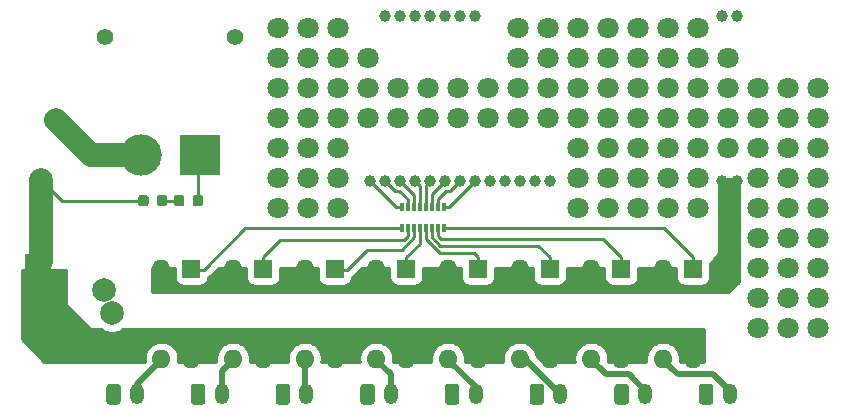
<source format=gtl>
G04 #@! TF.GenerationSoftware,KiCad,Pcbnew,(5.1.5)-3*
G04 #@! TF.CreationDate,2020-11-15T00:32:02+09:00*
G04 #@! TF.ProjectId,shield_servo_adc_sw_gpio_led,73686965-6c64-45f7-9365-72766f5f6164,rev?*
G04 #@! TF.SameCoordinates,PXb532b80PY717cbc0*
G04 #@! TF.FileFunction,Copper,L1,Top*
G04 #@! TF.FilePolarity,Positive*
%FSLAX46Y46*%
G04 Gerber Fmt 4.6, Leading zero omitted, Abs format (unit mm)*
G04 Created by KiCad (PCBNEW (5.1.5)-3) date 2020-11-15 00:32:02*
%MOMM*%
%LPD*%
G04 APERTURE LIST*
%ADD10C,0.100000*%
%ADD11R,0.300000X0.800000*%
%ADD12O,1.200000X1.750000*%
%ADD13O,1.600000X1.600000*%
%ADD14R,1.600000X1.600000*%
%ADD15C,2.010000*%
%ADD16C,1.000000*%
%ADD17C,3.500000*%
%ADD18R,3.500000X3.500000*%
%ADD19C,1.400000*%
%ADD20C,2.000000*%
%ADD21R,2.000000X2.000000*%
%ADD22C,1.800000*%
%ADD23C,2.000000*%
%ADD24C,0.250000*%
%ADD25C,0.500000*%
%ADD26C,0.254000*%
G04 APERTURE END LIST*
G04 #@! TA.AperFunction,SMDPad,CuDef*
D10*
G36*
X13245191Y-16671053D02*
G01*
X13266426Y-16674203D01*
X13287250Y-16679419D01*
X13307462Y-16686651D01*
X13326868Y-16695830D01*
X13345281Y-16706866D01*
X13362524Y-16719654D01*
X13378430Y-16734070D01*
X13392846Y-16749976D01*
X13405634Y-16767219D01*
X13416670Y-16785632D01*
X13425849Y-16805038D01*
X13433081Y-16825250D01*
X13438297Y-16846074D01*
X13441447Y-16867309D01*
X13442500Y-16888750D01*
X13442500Y-17401250D01*
X13441447Y-17422691D01*
X13438297Y-17443926D01*
X13433081Y-17464750D01*
X13425849Y-17484962D01*
X13416670Y-17504368D01*
X13405634Y-17522781D01*
X13392846Y-17540024D01*
X13378430Y-17555930D01*
X13362524Y-17570346D01*
X13345281Y-17583134D01*
X13326868Y-17594170D01*
X13307462Y-17603349D01*
X13287250Y-17610581D01*
X13266426Y-17615797D01*
X13245191Y-17618947D01*
X13223750Y-17620000D01*
X12786250Y-17620000D01*
X12764809Y-17618947D01*
X12743574Y-17615797D01*
X12722750Y-17610581D01*
X12702538Y-17603349D01*
X12683132Y-17594170D01*
X12664719Y-17583134D01*
X12647476Y-17570346D01*
X12631570Y-17555930D01*
X12617154Y-17540024D01*
X12604366Y-17522781D01*
X12593330Y-17504368D01*
X12584151Y-17484962D01*
X12576919Y-17464750D01*
X12571703Y-17443926D01*
X12568553Y-17422691D01*
X12567500Y-17401250D01*
X12567500Y-16888750D01*
X12568553Y-16867309D01*
X12571703Y-16846074D01*
X12576919Y-16825250D01*
X12584151Y-16805038D01*
X12593330Y-16785632D01*
X12604366Y-16767219D01*
X12617154Y-16749976D01*
X12631570Y-16734070D01*
X12647476Y-16719654D01*
X12664719Y-16706866D01*
X12683132Y-16695830D01*
X12702538Y-16686651D01*
X12722750Y-16679419D01*
X12743574Y-16674203D01*
X12764809Y-16671053D01*
X12786250Y-16670000D01*
X13223750Y-16670000D01*
X13245191Y-16671053D01*
G37*
G04 #@! TD.AperFunction*
G04 #@! TA.AperFunction,SMDPad,CuDef*
G36*
X11670191Y-16671053D02*
G01*
X11691426Y-16674203D01*
X11712250Y-16679419D01*
X11732462Y-16686651D01*
X11751868Y-16695830D01*
X11770281Y-16706866D01*
X11787524Y-16719654D01*
X11803430Y-16734070D01*
X11817846Y-16749976D01*
X11830634Y-16767219D01*
X11841670Y-16785632D01*
X11850849Y-16805038D01*
X11858081Y-16825250D01*
X11863297Y-16846074D01*
X11866447Y-16867309D01*
X11867500Y-16888750D01*
X11867500Y-17401250D01*
X11866447Y-17422691D01*
X11863297Y-17443926D01*
X11858081Y-17464750D01*
X11850849Y-17484962D01*
X11841670Y-17504368D01*
X11830634Y-17522781D01*
X11817846Y-17540024D01*
X11803430Y-17555930D01*
X11787524Y-17570346D01*
X11770281Y-17583134D01*
X11751868Y-17594170D01*
X11732462Y-17603349D01*
X11712250Y-17610581D01*
X11691426Y-17615797D01*
X11670191Y-17618947D01*
X11648750Y-17620000D01*
X11211250Y-17620000D01*
X11189809Y-17618947D01*
X11168574Y-17615797D01*
X11147750Y-17610581D01*
X11127538Y-17603349D01*
X11108132Y-17594170D01*
X11089719Y-17583134D01*
X11072476Y-17570346D01*
X11056570Y-17555930D01*
X11042154Y-17540024D01*
X11029366Y-17522781D01*
X11018330Y-17504368D01*
X11009151Y-17484962D01*
X11001919Y-17464750D01*
X10996703Y-17443926D01*
X10993553Y-17422691D01*
X10992500Y-17401250D01*
X10992500Y-16888750D01*
X10993553Y-16867309D01*
X10996703Y-16846074D01*
X11001919Y-16825250D01*
X11009151Y-16805038D01*
X11018330Y-16785632D01*
X11029366Y-16767219D01*
X11042154Y-16749976D01*
X11056570Y-16734070D01*
X11072476Y-16719654D01*
X11089719Y-16706866D01*
X11108132Y-16695830D01*
X11127538Y-16686651D01*
X11147750Y-16679419D01*
X11168574Y-16674203D01*
X11189809Y-16671053D01*
X11211250Y-16670000D01*
X11648750Y-16670000D01*
X11670191Y-16671053D01*
G37*
G04 #@! TD.AperFunction*
G04 #@! TA.AperFunction,SMDPad,CuDef*
G36*
X14692691Y-16671053D02*
G01*
X14713926Y-16674203D01*
X14734750Y-16679419D01*
X14754962Y-16686651D01*
X14774368Y-16695830D01*
X14792781Y-16706866D01*
X14810024Y-16719654D01*
X14825930Y-16734070D01*
X14840346Y-16749976D01*
X14853134Y-16767219D01*
X14864170Y-16785632D01*
X14873349Y-16805038D01*
X14880581Y-16825250D01*
X14885797Y-16846074D01*
X14888947Y-16867309D01*
X14890000Y-16888750D01*
X14890000Y-17401250D01*
X14888947Y-17422691D01*
X14885797Y-17443926D01*
X14880581Y-17464750D01*
X14873349Y-17484962D01*
X14864170Y-17504368D01*
X14853134Y-17522781D01*
X14840346Y-17540024D01*
X14825930Y-17555930D01*
X14810024Y-17570346D01*
X14792781Y-17583134D01*
X14774368Y-17594170D01*
X14754962Y-17603349D01*
X14734750Y-17610581D01*
X14713926Y-17615797D01*
X14692691Y-17618947D01*
X14671250Y-17620000D01*
X14233750Y-17620000D01*
X14212309Y-17618947D01*
X14191074Y-17615797D01*
X14170250Y-17610581D01*
X14150038Y-17603349D01*
X14130632Y-17594170D01*
X14112219Y-17583134D01*
X14094976Y-17570346D01*
X14079070Y-17555930D01*
X14064654Y-17540024D01*
X14051866Y-17522781D01*
X14040830Y-17504368D01*
X14031651Y-17484962D01*
X14024419Y-17464750D01*
X14019203Y-17443926D01*
X14016053Y-17422691D01*
X14015000Y-17401250D01*
X14015000Y-16888750D01*
X14016053Y-16867309D01*
X14019203Y-16846074D01*
X14024419Y-16825250D01*
X14031651Y-16805038D01*
X14040830Y-16785632D01*
X14051866Y-16767219D01*
X14064654Y-16749976D01*
X14079070Y-16734070D01*
X14094976Y-16719654D01*
X14112219Y-16706866D01*
X14130632Y-16695830D01*
X14150038Y-16686651D01*
X14170250Y-16679419D01*
X14191074Y-16674203D01*
X14212309Y-16671053D01*
X14233750Y-16670000D01*
X14671250Y-16670000D01*
X14692691Y-16671053D01*
G37*
G04 #@! TD.AperFunction*
G04 #@! TA.AperFunction,SMDPad,CuDef*
G36*
X16267691Y-16671053D02*
G01*
X16288926Y-16674203D01*
X16309750Y-16679419D01*
X16329962Y-16686651D01*
X16349368Y-16695830D01*
X16367781Y-16706866D01*
X16385024Y-16719654D01*
X16400930Y-16734070D01*
X16415346Y-16749976D01*
X16428134Y-16767219D01*
X16439170Y-16785632D01*
X16448349Y-16805038D01*
X16455581Y-16825250D01*
X16460797Y-16846074D01*
X16463947Y-16867309D01*
X16465000Y-16888750D01*
X16465000Y-17401250D01*
X16463947Y-17422691D01*
X16460797Y-17443926D01*
X16455581Y-17464750D01*
X16448349Y-17484962D01*
X16439170Y-17504368D01*
X16428134Y-17522781D01*
X16415346Y-17540024D01*
X16400930Y-17555930D01*
X16385024Y-17570346D01*
X16367781Y-17583134D01*
X16349368Y-17594170D01*
X16329962Y-17603349D01*
X16309750Y-17610581D01*
X16288926Y-17615797D01*
X16267691Y-17618947D01*
X16246250Y-17620000D01*
X15808750Y-17620000D01*
X15787309Y-17618947D01*
X15766074Y-17615797D01*
X15745250Y-17610581D01*
X15725038Y-17603349D01*
X15705632Y-17594170D01*
X15687219Y-17583134D01*
X15669976Y-17570346D01*
X15654070Y-17555930D01*
X15639654Y-17540024D01*
X15626866Y-17522781D01*
X15615830Y-17504368D01*
X15606651Y-17484962D01*
X15599419Y-17464750D01*
X15594203Y-17443926D01*
X15591053Y-17422691D01*
X15590000Y-17401250D01*
X15590000Y-16888750D01*
X15591053Y-16867309D01*
X15594203Y-16846074D01*
X15599419Y-16825250D01*
X15606651Y-16805038D01*
X15615830Y-16785632D01*
X15626866Y-16767219D01*
X15639654Y-16749976D01*
X15654070Y-16734070D01*
X15669976Y-16719654D01*
X15687219Y-16706866D01*
X15705632Y-16695830D01*
X15725038Y-16686651D01*
X15745250Y-16679419D01*
X15766074Y-16674203D01*
X15787309Y-16671053D01*
X15808750Y-16670000D01*
X16246250Y-16670000D01*
X16267691Y-16671053D01*
G37*
G04 #@! TD.AperFunction*
D11*
X33850000Y-19500000D03*
X34850000Y-19500000D03*
X34350000Y-19500000D03*
X35350000Y-19500000D03*
X35850000Y-19500000D03*
X36350000Y-19500000D03*
X33850000Y-17700000D03*
X34350000Y-17700000D03*
X34850000Y-17700000D03*
X35350000Y-17700000D03*
X35850000Y-17700000D03*
X36350000Y-17700000D03*
X33350000Y-19500000D03*
X33350000Y-17700000D03*
X36850000Y-19500000D03*
X36850000Y-17700000D03*
D12*
X61080000Y-33540000D03*
G04 #@! TA.AperFunction,ComponentPad*
D10*
G36*
X59454505Y-32666204D02*
G01*
X59478773Y-32669804D01*
X59502572Y-32675765D01*
X59525671Y-32684030D01*
X59547850Y-32694520D01*
X59568893Y-32707132D01*
X59588599Y-32721747D01*
X59606777Y-32738223D01*
X59623253Y-32756401D01*
X59637868Y-32776107D01*
X59650480Y-32797150D01*
X59660970Y-32819329D01*
X59669235Y-32842428D01*
X59675196Y-32866227D01*
X59678796Y-32890495D01*
X59680000Y-32914999D01*
X59680000Y-34165001D01*
X59678796Y-34189505D01*
X59675196Y-34213773D01*
X59669235Y-34237572D01*
X59660970Y-34260671D01*
X59650480Y-34282850D01*
X59637868Y-34303893D01*
X59623253Y-34323599D01*
X59606777Y-34341777D01*
X59588599Y-34358253D01*
X59568893Y-34372868D01*
X59547850Y-34385480D01*
X59525671Y-34395970D01*
X59502572Y-34404235D01*
X59478773Y-34410196D01*
X59454505Y-34413796D01*
X59430001Y-34415000D01*
X58729999Y-34415000D01*
X58705495Y-34413796D01*
X58681227Y-34410196D01*
X58657428Y-34404235D01*
X58634329Y-34395970D01*
X58612150Y-34385480D01*
X58591107Y-34372868D01*
X58571401Y-34358253D01*
X58553223Y-34341777D01*
X58536747Y-34323599D01*
X58522132Y-34303893D01*
X58509520Y-34282850D01*
X58499030Y-34260671D01*
X58490765Y-34237572D01*
X58484804Y-34213773D01*
X58481204Y-34189505D01*
X58480000Y-34165001D01*
X58480000Y-32914999D01*
X58481204Y-32890495D01*
X58484804Y-32866227D01*
X58490765Y-32842428D01*
X58499030Y-32819329D01*
X58509520Y-32797150D01*
X58522132Y-32776107D01*
X58536747Y-32756401D01*
X58553223Y-32738223D01*
X58571401Y-32721747D01*
X58591107Y-32707132D01*
X58612150Y-32694520D01*
X58634329Y-32684030D01*
X58657428Y-32675765D01*
X58681227Y-32669804D01*
X58705495Y-32666204D01*
X58729999Y-32665000D01*
X59430001Y-32665000D01*
X59454505Y-32666204D01*
G37*
G04 #@! TD.AperFunction*
D12*
X53911426Y-33540000D03*
G04 #@! TA.AperFunction,ComponentPad*
D10*
G36*
X52285931Y-32666204D02*
G01*
X52310199Y-32669804D01*
X52333998Y-32675765D01*
X52357097Y-32684030D01*
X52379276Y-32694520D01*
X52400319Y-32707132D01*
X52420025Y-32721747D01*
X52438203Y-32738223D01*
X52454679Y-32756401D01*
X52469294Y-32776107D01*
X52481906Y-32797150D01*
X52492396Y-32819329D01*
X52500661Y-32842428D01*
X52506622Y-32866227D01*
X52510222Y-32890495D01*
X52511426Y-32914999D01*
X52511426Y-34165001D01*
X52510222Y-34189505D01*
X52506622Y-34213773D01*
X52500661Y-34237572D01*
X52492396Y-34260671D01*
X52481906Y-34282850D01*
X52469294Y-34303893D01*
X52454679Y-34323599D01*
X52438203Y-34341777D01*
X52420025Y-34358253D01*
X52400319Y-34372868D01*
X52379276Y-34385480D01*
X52357097Y-34395970D01*
X52333998Y-34404235D01*
X52310199Y-34410196D01*
X52285931Y-34413796D01*
X52261427Y-34415000D01*
X51561425Y-34415000D01*
X51536921Y-34413796D01*
X51512653Y-34410196D01*
X51488854Y-34404235D01*
X51465755Y-34395970D01*
X51443576Y-34385480D01*
X51422533Y-34372868D01*
X51402827Y-34358253D01*
X51384649Y-34341777D01*
X51368173Y-34323599D01*
X51353558Y-34303893D01*
X51340946Y-34282850D01*
X51330456Y-34260671D01*
X51322191Y-34237572D01*
X51316230Y-34213773D01*
X51312630Y-34189505D01*
X51311426Y-34165001D01*
X51311426Y-32914999D01*
X51312630Y-32890495D01*
X51316230Y-32866227D01*
X51322191Y-32842428D01*
X51330456Y-32819329D01*
X51340946Y-32797150D01*
X51353558Y-32776107D01*
X51368173Y-32756401D01*
X51384649Y-32738223D01*
X51402827Y-32721747D01*
X51422533Y-32707132D01*
X51443576Y-32694520D01*
X51465755Y-32684030D01*
X51488854Y-32675765D01*
X51512653Y-32669804D01*
X51536921Y-32666204D01*
X51561425Y-32665000D01*
X52261427Y-32665000D01*
X52285931Y-32666204D01*
G37*
G04 #@! TD.AperFunction*
D12*
X46742855Y-33540000D03*
G04 #@! TA.AperFunction,ComponentPad*
D10*
G36*
X45117360Y-32666204D02*
G01*
X45141628Y-32669804D01*
X45165427Y-32675765D01*
X45188526Y-32684030D01*
X45210705Y-32694520D01*
X45231748Y-32707132D01*
X45251454Y-32721747D01*
X45269632Y-32738223D01*
X45286108Y-32756401D01*
X45300723Y-32776107D01*
X45313335Y-32797150D01*
X45323825Y-32819329D01*
X45332090Y-32842428D01*
X45338051Y-32866227D01*
X45341651Y-32890495D01*
X45342855Y-32914999D01*
X45342855Y-34165001D01*
X45341651Y-34189505D01*
X45338051Y-34213773D01*
X45332090Y-34237572D01*
X45323825Y-34260671D01*
X45313335Y-34282850D01*
X45300723Y-34303893D01*
X45286108Y-34323599D01*
X45269632Y-34341777D01*
X45251454Y-34358253D01*
X45231748Y-34372868D01*
X45210705Y-34385480D01*
X45188526Y-34395970D01*
X45165427Y-34404235D01*
X45141628Y-34410196D01*
X45117360Y-34413796D01*
X45092856Y-34415000D01*
X44392854Y-34415000D01*
X44368350Y-34413796D01*
X44344082Y-34410196D01*
X44320283Y-34404235D01*
X44297184Y-34395970D01*
X44275005Y-34385480D01*
X44253962Y-34372868D01*
X44234256Y-34358253D01*
X44216078Y-34341777D01*
X44199602Y-34323599D01*
X44184987Y-34303893D01*
X44172375Y-34282850D01*
X44161885Y-34260671D01*
X44153620Y-34237572D01*
X44147659Y-34213773D01*
X44144059Y-34189505D01*
X44142855Y-34165001D01*
X44142855Y-32914999D01*
X44144059Y-32890495D01*
X44147659Y-32866227D01*
X44153620Y-32842428D01*
X44161885Y-32819329D01*
X44172375Y-32797150D01*
X44184987Y-32776107D01*
X44199602Y-32756401D01*
X44216078Y-32738223D01*
X44234256Y-32721747D01*
X44253962Y-32707132D01*
X44275005Y-32694520D01*
X44297184Y-32684030D01*
X44320283Y-32675765D01*
X44344082Y-32669804D01*
X44368350Y-32666204D01*
X44392854Y-32665000D01*
X45092856Y-32665000D01*
X45117360Y-32666204D01*
G37*
G04 #@! TD.AperFunction*
D12*
X39574284Y-33540000D03*
G04 #@! TA.AperFunction,ComponentPad*
D10*
G36*
X37948789Y-32666204D02*
G01*
X37973057Y-32669804D01*
X37996856Y-32675765D01*
X38019955Y-32684030D01*
X38042134Y-32694520D01*
X38063177Y-32707132D01*
X38082883Y-32721747D01*
X38101061Y-32738223D01*
X38117537Y-32756401D01*
X38132152Y-32776107D01*
X38144764Y-32797150D01*
X38155254Y-32819329D01*
X38163519Y-32842428D01*
X38169480Y-32866227D01*
X38173080Y-32890495D01*
X38174284Y-32914999D01*
X38174284Y-34165001D01*
X38173080Y-34189505D01*
X38169480Y-34213773D01*
X38163519Y-34237572D01*
X38155254Y-34260671D01*
X38144764Y-34282850D01*
X38132152Y-34303893D01*
X38117537Y-34323599D01*
X38101061Y-34341777D01*
X38082883Y-34358253D01*
X38063177Y-34372868D01*
X38042134Y-34385480D01*
X38019955Y-34395970D01*
X37996856Y-34404235D01*
X37973057Y-34410196D01*
X37948789Y-34413796D01*
X37924285Y-34415000D01*
X37224283Y-34415000D01*
X37199779Y-34413796D01*
X37175511Y-34410196D01*
X37151712Y-34404235D01*
X37128613Y-34395970D01*
X37106434Y-34385480D01*
X37085391Y-34372868D01*
X37065685Y-34358253D01*
X37047507Y-34341777D01*
X37031031Y-34323599D01*
X37016416Y-34303893D01*
X37003804Y-34282850D01*
X36993314Y-34260671D01*
X36985049Y-34237572D01*
X36979088Y-34213773D01*
X36975488Y-34189505D01*
X36974284Y-34165001D01*
X36974284Y-32914999D01*
X36975488Y-32890495D01*
X36979088Y-32866227D01*
X36985049Y-32842428D01*
X36993314Y-32819329D01*
X37003804Y-32797150D01*
X37016416Y-32776107D01*
X37031031Y-32756401D01*
X37047507Y-32738223D01*
X37065685Y-32721747D01*
X37085391Y-32707132D01*
X37106434Y-32694520D01*
X37128613Y-32684030D01*
X37151712Y-32675765D01*
X37175511Y-32669804D01*
X37199779Y-32666204D01*
X37224283Y-32665000D01*
X37924285Y-32665000D01*
X37948789Y-32666204D01*
G37*
G04 #@! TD.AperFunction*
D12*
X32405713Y-33540000D03*
G04 #@! TA.AperFunction,ComponentPad*
D10*
G36*
X30780218Y-32666204D02*
G01*
X30804486Y-32669804D01*
X30828285Y-32675765D01*
X30851384Y-32684030D01*
X30873563Y-32694520D01*
X30894606Y-32707132D01*
X30914312Y-32721747D01*
X30932490Y-32738223D01*
X30948966Y-32756401D01*
X30963581Y-32776107D01*
X30976193Y-32797150D01*
X30986683Y-32819329D01*
X30994948Y-32842428D01*
X31000909Y-32866227D01*
X31004509Y-32890495D01*
X31005713Y-32914999D01*
X31005713Y-34165001D01*
X31004509Y-34189505D01*
X31000909Y-34213773D01*
X30994948Y-34237572D01*
X30986683Y-34260671D01*
X30976193Y-34282850D01*
X30963581Y-34303893D01*
X30948966Y-34323599D01*
X30932490Y-34341777D01*
X30914312Y-34358253D01*
X30894606Y-34372868D01*
X30873563Y-34385480D01*
X30851384Y-34395970D01*
X30828285Y-34404235D01*
X30804486Y-34410196D01*
X30780218Y-34413796D01*
X30755714Y-34415000D01*
X30055712Y-34415000D01*
X30031208Y-34413796D01*
X30006940Y-34410196D01*
X29983141Y-34404235D01*
X29960042Y-34395970D01*
X29937863Y-34385480D01*
X29916820Y-34372868D01*
X29897114Y-34358253D01*
X29878936Y-34341777D01*
X29862460Y-34323599D01*
X29847845Y-34303893D01*
X29835233Y-34282850D01*
X29824743Y-34260671D01*
X29816478Y-34237572D01*
X29810517Y-34213773D01*
X29806917Y-34189505D01*
X29805713Y-34165001D01*
X29805713Y-32914999D01*
X29806917Y-32890495D01*
X29810517Y-32866227D01*
X29816478Y-32842428D01*
X29824743Y-32819329D01*
X29835233Y-32797150D01*
X29847845Y-32776107D01*
X29862460Y-32756401D01*
X29878936Y-32738223D01*
X29897114Y-32721747D01*
X29916820Y-32707132D01*
X29937863Y-32694520D01*
X29960042Y-32684030D01*
X29983141Y-32675765D01*
X30006940Y-32669804D01*
X30031208Y-32666204D01*
X30055712Y-32665000D01*
X30755714Y-32665000D01*
X30780218Y-32666204D01*
G37*
G04 #@! TD.AperFunction*
D12*
X25237142Y-33540000D03*
G04 #@! TA.AperFunction,ComponentPad*
D10*
G36*
X23611647Y-32666204D02*
G01*
X23635915Y-32669804D01*
X23659714Y-32675765D01*
X23682813Y-32684030D01*
X23704992Y-32694520D01*
X23726035Y-32707132D01*
X23745741Y-32721747D01*
X23763919Y-32738223D01*
X23780395Y-32756401D01*
X23795010Y-32776107D01*
X23807622Y-32797150D01*
X23818112Y-32819329D01*
X23826377Y-32842428D01*
X23832338Y-32866227D01*
X23835938Y-32890495D01*
X23837142Y-32914999D01*
X23837142Y-34165001D01*
X23835938Y-34189505D01*
X23832338Y-34213773D01*
X23826377Y-34237572D01*
X23818112Y-34260671D01*
X23807622Y-34282850D01*
X23795010Y-34303893D01*
X23780395Y-34323599D01*
X23763919Y-34341777D01*
X23745741Y-34358253D01*
X23726035Y-34372868D01*
X23704992Y-34385480D01*
X23682813Y-34395970D01*
X23659714Y-34404235D01*
X23635915Y-34410196D01*
X23611647Y-34413796D01*
X23587143Y-34415000D01*
X22887141Y-34415000D01*
X22862637Y-34413796D01*
X22838369Y-34410196D01*
X22814570Y-34404235D01*
X22791471Y-34395970D01*
X22769292Y-34385480D01*
X22748249Y-34372868D01*
X22728543Y-34358253D01*
X22710365Y-34341777D01*
X22693889Y-34323599D01*
X22679274Y-34303893D01*
X22666662Y-34282850D01*
X22656172Y-34260671D01*
X22647907Y-34237572D01*
X22641946Y-34213773D01*
X22638346Y-34189505D01*
X22637142Y-34165001D01*
X22637142Y-32914999D01*
X22638346Y-32890495D01*
X22641946Y-32866227D01*
X22647907Y-32842428D01*
X22656172Y-32819329D01*
X22666662Y-32797150D01*
X22679274Y-32776107D01*
X22693889Y-32756401D01*
X22710365Y-32738223D01*
X22728543Y-32721747D01*
X22748249Y-32707132D01*
X22769292Y-32694520D01*
X22791471Y-32684030D01*
X22814570Y-32675765D01*
X22838369Y-32669804D01*
X22862637Y-32666204D01*
X22887141Y-32665000D01*
X23587143Y-32665000D01*
X23611647Y-32666204D01*
G37*
G04 #@! TD.AperFunction*
D12*
X18068571Y-33540000D03*
G04 #@! TA.AperFunction,ComponentPad*
D10*
G36*
X16443076Y-32666204D02*
G01*
X16467344Y-32669804D01*
X16491143Y-32675765D01*
X16514242Y-32684030D01*
X16536421Y-32694520D01*
X16557464Y-32707132D01*
X16577170Y-32721747D01*
X16595348Y-32738223D01*
X16611824Y-32756401D01*
X16626439Y-32776107D01*
X16639051Y-32797150D01*
X16649541Y-32819329D01*
X16657806Y-32842428D01*
X16663767Y-32866227D01*
X16667367Y-32890495D01*
X16668571Y-32914999D01*
X16668571Y-34165001D01*
X16667367Y-34189505D01*
X16663767Y-34213773D01*
X16657806Y-34237572D01*
X16649541Y-34260671D01*
X16639051Y-34282850D01*
X16626439Y-34303893D01*
X16611824Y-34323599D01*
X16595348Y-34341777D01*
X16577170Y-34358253D01*
X16557464Y-34372868D01*
X16536421Y-34385480D01*
X16514242Y-34395970D01*
X16491143Y-34404235D01*
X16467344Y-34410196D01*
X16443076Y-34413796D01*
X16418572Y-34415000D01*
X15718570Y-34415000D01*
X15694066Y-34413796D01*
X15669798Y-34410196D01*
X15645999Y-34404235D01*
X15622900Y-34395970D01*
X15600721Y-34385480D01*
X15579678Y-34372868D01*
X15559972Y-34358253D01*
X15541794Y-34341777D01*
X15525318Y-34323599D01*
X15510703Y-34303893D01*
X15498091Y-34282850D01*
X15487601Y-34260671D01*
X15479336Y-34237572D01*
X15473375Y-34213773D01*
X15469775Y-34189505D01*
X15468571Y-34165001D01*
X15468571Y-32914999D01*
X15469775Y-32890495D01*
X15473375Y-32866227D01*
X15479336Y-32842428D01*
X15487601Y-32819329D01*
X15498091Y-32797150D01*
X15510703Y-32776107D01*
X15525318Y-32756401D01*
X15541794Y-32738223D01*
X15559972Y-32721747D01*
X15579678Y-32707132D01*
X15600721Y-32694520D01*
X15622900Y-32684030D01*
X15645999Y-32675765D01*
X15669798Y-32669804D01*
X15694066Y-32666204D01*
X15718570Y-32665000D01*
X16418572Y-32665000D01*
X16443076Y-32666204D01*
G37*
G04 #@! TD.AperFunction*
D12*
X10900000Y-33540000D03*
G04 #@! TA.AperFunction,ComponentPad*
D10*
G36*
X9274505Y-32666204D02*
G01*
X9298773Y-32669804D01*
X9322572Y-32675765D01*
X9345671Y-32684030D01*
X9367850Y-32694520D01*
X9388893Y-32707132D01*
X9408599Y-32721747D01*
X9426777Y-32738223D01*
X9443253Y-32756401D01*
X9457868Y-32776107D01*
X9470480Y-32797150D01*
X9480970Y-32819329D01*
X9489235Y-32842428D01*
X9495196Y-32866227D01*
X9498796Y-32890495D01*
X9500000Y-32914999D01*
X9500000Y-34165001D01*
X9498796Y-34189505D01*
X9495196Y-34213773D01*
X9489235Y-34237572D01*
X9480970Y-34260671D01*
X9470480Y-34282850D01*
X9457868Y-34303893D01*
X9443253Y-34323599D01*
X9426777Y-34341777D01*
X9408599Y-34358253D01*
X9388893Y-34372868D01*
X9367850Y-34385480D01*
X9345671Y-34395970D01*
X9322572Y-34404235D01*
X9298773Y-34410196D01*
X9274505Y-34413796D01*
X9250001Y-34415000D01*
X8549999Y-34415000D01*
X8525495Y-34413796D01*
X8501227Y-34410196D01*
X8477428Y-34404235D01*
X8454329Y-34395970D01*
X8432150Y-34385480D01*
X8411107Y-34372868D01*
X8391401Y-34358253D01*
X8373223Y-34341777D01*
X8356747Y-34323599D01*
X8342132Y-34303893D01*
X8329520Y-34282850D01*
X8319030Y-34260671D01*
X8310765Y-34237572D01*
X8304804Y-34213773D01*
X8301204Y-34189505D01*
X8300000Y-34165001D01*
X8300000Y-32914999D01*
X8301204Y-32890495D01*
X8304804Y-32866227D01*
X8310765Y-32842428D01*
X8319030Y-32819329D01*
X8329520Y-32797150D01*
X8342132Y-32776107D01*
X8356747Y-32756401D01*
X8373223Y-32738223D01*
X8391401Y-32721747D01*
X8411107Y-32707132D01*
X8432150Y-32694520D01*
X8454329Y-32684030D01*
X8477428Y-32675765D01*
X8501227Y-32669804D01*
X8525495Y-32666204D01*
X8549999Y-32665000D01*
X9250001Y-32665000D01*
X9274505Y-32666204D01*
G37*
G04 #@! TD.AperFunction*
D13*
X57959375Y-30520000D03*
X55419375Y-22900000D03*
X55419375Y-30520000D03*
D14*
X57959375Y-22900000D03*
D13*
X51893750Y-30520000D03*
X49353750Y-22900000D03*
X49353750Y-30520000D03*
D14*
X51893750Y-22900000D03*
D13*
X45828125Y-30520000D03*
X43288125Y-22900000D03*
X43288125Y-30520000D03*
D14*
X45828125Y-22900000D03*
D13*
X39762500Y-30520000D03*
X37222500Y-22900000D03*
X37222500Y-30520000D03*
D14*
X39762500Y-22900000D03*
D13*
X33696875Y-30520000D03*
X31156875Y-22900000D03*
X31156875Y-30520000D03*
D14*
X33696875Y-22900000D03*
D13*
X27631250Y-30520000D03*
X25091250Y-22900000D03*
X25091250Y-30520000D03*
D14*
X27631250Y-22900000D03*
D13*
X21565625Y-30520000D03*
X19025625Y-22900000D03*
X19025625Y-30520000D03*
D14*
X21565625Y-22900000D03*
D13*
X15500000Y-30520000D03*
X12960000Y-22900000D03*
X12960000Y-30520000D03*
D14*
X15500000Y-22900000D03*
D15*
X4000000Y-10300000D03*
X2800000Y-15400000D03*
D16*
X31880000Y-1515000D03*
X33150000Y-1515000D03*
X34420000Y-1515000D03*
X35690000Y-1515000D03*
X61725000Y-1515000D03*
X60455000Y-1515000D03*
X60455000Y-15485000D03*
X61725000Y-15485000D03*
X36960000Y-1515000D03*
X38230000Y-1515000D03*
X39500000Y-1515000D03*
X45850000Y-15485000D03*
X44580000Y-15485000D03*
X43310000Y-15485000D03*
X42040000Y-15485000D03*
X40770000Y-15485000D03*
X39500000Y-15485000D03*
X38230000Y-15485000D03*
X36960000Y-15485000D03*
X35690000Y-15485000D03*
X34420000Y-15485000D03*
X33150000Y-15485000D03*
X31880000Y-15485000D03*
X30610000Y-15485000D03*
D17*
X11200000Y-13300000D03*
D18*
X16200000Y-13300000D03*
D19*
X8200000Y-3300000D03*
X19200000Y-3300000D03*
D20*
X8772144Y-26700000D03*
D21*
X2427856Y-22700000D03*
D20*
X8100000Y-24700000D03*
D21*
X3100000Y-24700000D03*
D22*
X55880000Y-5080000D03*
X55880000Y-7620000D03*
X55880000Y-10160000D03*
X55880000Y-12700000D03*
X53340000Y-12700000D03*
X53340000Y-10160000D03*
X53340000Y-7620000D03*
X53340000Y-7620000D03*
X53340000Y-5080000D03*
X50800000Y-5080000D03*
X50800000Y-7620000D03*
X50800000Y-10160000D03*
X50800000Y-12700000D03*
X48260000Y-12700000D03*
X48260000Y-10160000D03*
X48260000Y-7620000D03*
X48260000Y-5080000D03*
X45720000Y-10160000D03*
X43180000Y-7620000D03*
X45720000Y-7620000D03*
X43180000Y-10160000D03*
X43180000Y-5080000D03*
X40640000Y-7620000D03*
X40640000Y-10160000D03*
X38100000Y-10160000D03*
X38100000Y-7620000D03*
X35560000Y-7620000D03*
X35560000Y-10160000D03*
X33020000Y-10160000D03*
X33020000Y-7620000D03*
X30480000Y-7620000D03*
X30480000Y-10160000D03*
X27940000Y-10160000D03*
X27940000Y-7620000D03*
X27940000Y-5080000D03*
X25400000Y-5080000D03*
X25400000Y-7620000D03*
X25400000Y-10160000D03*
X25400000Y-12700000D03*
X27940000Y-12700000D03*
X30480000Y-5080000D03*
X27940000Y-2540000D03*
X25400000Y-2540000D03*
X27940000Y-15240000D03*
X25400000Y-15240000D03*
X22860000Y-2540000D03*
X22860000Y-5080000D03*
X22860000Y-7620000D03*
X22860000Y-10160000D03*
X22860000Y-12700000D03*
X22860000Y-15240000D03*
X48260000Y-15240000D03*
X50800000Y-15240000D03*
X53340000Y-15240000D03*
X55880000Y-15240000D03*
X58420000Y-15240000D03*
X58420000Y-2540000D03*
X55880000Y-2540000D03*
X53340000Y-2540000D03*
X50800000Y-2540000D03*
X48260000Y-2540000D03*
X45720000Y-2540000D03*
X45720000Y-5080000D03*
X43180000Y-2540000D03*
X58420000Y-5080000D03*
X58420000Y-7620000D03*
X58420000Y-10160000D03*
X58420000Y-12700000D03*
X60960000Y-12700000D03*
X63500000Y-12700000D03*
X63500000Y-10160000D03*
X60960000Y-10160000D03*
X60960000Y-7620000D03*
X63500000Y-7620000D03*
X60960000Y-5080000D03*
X66040000Y-7620000D03*
X68580000Y-7620000D03*
X68580000Y-10160000D03*
X66040000Y-10160000D03*
X66040000Y-12700000D03*
X68580000Y-12700000D03*
X68580000Y-15240000D03*
X66040000Y-15240000D03*
X63500000Y-15240000D03*
X63500000Y-17780000D03*
X66040000Y-17780000D03*
X68580000Y-17780000D03*
X68580000Y-20320000D03*
X66040000Y-20320000D03*
X63500000Y-20320000D03*
X63500000Y-22860000D03*
X66040000Y-22860000D03*
X68580000Y-22860000D03*
X68580000Y-25400000D03*
X66040000Y-25400000D03*
X63500000Y-25400000D03*
X63500000Y-27940000D03*
X66040000Y-27940000D03*
X68580000Y-27940000D03*
X58420000Y-17780000D03*
X55880000Y-17780000D03*
X53340000Y-17780000D03*
X50800000Y-17780000D03*
X48260000Y-17780000D03*
X27940000Y-17780000D03*
X25400000Y-17780000D03*
X22860000Y-17780000D03*
D23*
X2800000Y-22327856D02*
X2427856Y-22700000D01*
X2800000Y-15400000D02*
X2800000Y-22327856D01*
X2427856Y-24027856D02*
X3100000Y-24700000D01*
X2427856Y-22700000D02*
X2427856Y-24027856D01*
D24*
X4545000Y-17145000D02*
X2800000Y-15400000D01*
X11430000Y-17145000D02*
X4545000Y-17145000D01*
X32825000Y-17700000D02*
X30610000Y-15485000D01*
X33350000Y-17700000D02*
X32825000Y-17700000D01*
X32379999Y-15984999D02*
X31880000Y-15485000D01*
X33110001Y-16310001D02*
X32705001Y-16310001D01*
X33850000Y-17050000D02*
X33110001Y-16310001D01*
X32705001Y-16310001D02*
X32379999Y-15984999D01*
X33850000Y-17700000D02*
X33850000Y-17050000D01*
X34350000Y-16685000D02*
X33150000Y-15485000D01*
X34350000Y-17700000D02*
X34350000Y-16685000D01*
X34850000Y-15915000D02*
X34420000Y-15485000D01*
X34850000Y-17700000D02*
X34850000Y-15915000D01*
X35350000Y-15825000D02*
X35690000Y-15485000D01*
X35350000Y-17700000D02*
X35350000Y-15825000D01*
X35850000Y-16595000D02*
X35850000Y-17700000D01*
X36960000Y-15485000D02*
X35850000Y-16595000D01*
X37730001Y-15984999D02*
X38230000Y-15485000D01*
X37404999Y-16310001D02*
X37730001Y-15984999D01*
X37089999Y-16310001D02*
X37404999Y-16310001D01*
X36350000Y-17050000D02*
X37089999Y-16310001D01*
X36350000Y-17700000D02*
X36350000Y-17050000D01*
X37285000Y-17700000D02*
X39500000Y-15485000D01*
X36850000Y-17700000D02*
X37285000Y-17700000D01*
D23*
X7000000Y-13300000D02*
X4000000Y-10300000D01*
X11200000Y-13300000D02*
X7000000Y-13300000D01*
D24*
X16027500Y-13472500D02*
X16200000Y-13300000D01*
X16027500Y-17145000D02*
X16027500Y-13472500D01*
D25*
X10900000Y-32680000D02*
X12960000Y-30620000D01*
X10900000Y-33540000D02*
X10900000Y-32680000D01*
D24*
X55509375Y-19500000D02*
X57959375Y-21950000D01*
X57959375Y-21950000D02*
X57959375Y-23000000D01*
X36850000Y-19500000D02*
X55509375Y-19500000D01*
D25*
X18068571Y-31577054D02*
X19025625Y-30620000D01*
X18068571Y-33540000D02*
X18068571Y-31577054D01*
D24*
X36614997Y-20400000D02*
X36350000Y-20135003D01*
X36350000Y-20135003D02*
X36350000Y-19500000D01*
X50343750Y-20400000D02*
X36614997Y-20400000D01*
X51893750Y-21950000D02*
X50343750Y-20400000D01*
X51893750Y-23000000D02*
X51893750Y-21950000D01*
D25*
X25091250Y-33394108D02*
X25237142Y-33540000D01*
X25091250Y-30620000D02*
X25091250Y-33394108D01*
D24*
X45828125Y-21950000D02*
X44878125Y-21000000D01*
X45828125Y-23000000D02*
X45828125Y-21950000D01*
X36578587Y-21000000D02*
X35850000Y-20271413D01*
X44878125Y-21000000D02*
X36578587Y-21000000D01*
X35850000Y-20271413D02*
X35850000Y-20150000D01*
X35850000Y-20150000D02*
X35850000Y-19500000D01*
D25*
X32405713Y-31868838D02*
X31156875Y-30620000D01*
X32405713Y-33540000D02*
X32405713Y-31868838D01*
D24*
X39762500Y-21950000D02*
X39412500Y-21600000D01*
X39762500Y-23000000D02*
X39762500Y-21950000D01*
X36542176Y-21600000D02*
X35350000Y-20407824D01*
X35350000Y-20150000D02*
X35350000Y-19500000D01*
X35350000Y-20407824D02*
X35350000Y-20150000D01*
X39412500Y-21600000D02*
X36542176Y-21600000D01*
D25*
X39574284Y-32971784D02*
X37222500Y-30620000D01*
X39574284Y-33540000D02*
X39574284Y-32971784D01*
D24*
X34850000Y-20150000D02*
X34850000Y-19500000D01*
X34850000Y-20796875D02*
X34850000Y-20150000D01*
X33696875Y-21950000D02*
X34850000Y-20796875D01*
X33696875Y-23000000D02*
X33696875Y-21950000D01*
D25*
X43822855Y-30620000D02*
X43288125Y-30620000D01*
X46742855Y-33540000D02*
X43822855Y-30620000D01*
D24*
X28681250Y-23000000D02*
X30381250Y-21300000D01*
X27631250Y-23000000D02*
X28681250Y-23000000D01*
X34350000Y-20271413D02*
X34350000Y-20150000D01*
X33321413Y-21300000D02*
X34350000Y-20271413D01*
X30381250Y-21300000D02*
X33321413Y-21300000D01*
X34350000Y-20150000D02*
X34350000Y-19500000D01*
D25*
X50153749Y-31419999D02*
X49353750Y-30620000D01*
X52516427Y-31870001D02*
X50603751Y-31870001D01*
X53911426Y-33265000D02*
X52516427Y-31870001D01*
X50603751Y-31870001D02*
X50153749Y-31419999D01*
X53911426Y-33540000D02*
X53911426Y-33265000D01*
D24*
X33485003Y-20500000D02*
X33850000Y-20135003D01*
X21565625Y-23000000D02*
X21565625Y-21950000D01*
X33850000Y-20135003D02*
X33850000Y-19500000D01*
X21565625Y-21950000D02*
X23015625Y-20500000D01*
X23015625Y-20500000D02*
X33485003Y-20500000D01*
D25*
X56219374Y-31419999D02*
X55419375Y-30620000D01*
X59685001Y-31870001D02*
X56669376Y-31870001D01*
X61080000Y-33265000D02*
X59685001Y-31870001D01*
X56669376Y-31870001D02*
X56219374Y-31419999D01*
X61080000Y-33540000D02*
X61080000Y-33265000D01*
D24*
X20050000Y-19500000D02*
X32950000Y-19500000D01*
X16550000Y-23000000D02*
X20050000Y-19500000D01*
X32950000Y-19500000D02*
X33350000Y-19500000D01*
X15500000Y-23000000D02*
X16550000Y-23000000D01*
X14452500Y-17145000D02*
X13005000Y-17145000D01*
D26*
G36*
X61873000Y-24070663D02*
G01*
X60913884Y-24873000D01*
X12127000Y-24873000D01*
X12127000Y-22827000D01*
X14061928Y-22827000D01*
X14061928Y-23700000D01*
X14074188Y-23824482D01*
X14110498Y-23944180D01*
X14169463Y-24054494D01*
X14248815Y-24151185D01*
X14345506Y-24230537D01*
X14455820Y-24289502D01*
X14575518Y-24325812D01*
X14700000Y-24338072D01*
X16300000Y-24338072D01*
X16424482Y-24325812D01*
X16544180Y-24289502D01*
X16654494Y-24230537D01*
X16751185Y-24151185D01*
X16830537Y-24054494D01*
X16889502Y-23944180D01*
X16925812Y-23824482D01*
X16938072Y-23700000D01*
X16938072Y-23654326D01*
X16974276Y-23634974D01*
X17090001Y-23540001D01*
X17113804Y-23510997D01*
X17797801Y-22827000D01*
X20127553Y-22827000D01*
X20127553Y-23700000D01*
X20139813Y-23824482D01*
X20176123Y-23944180D01*
X20235088Y-24054494D01*
X20314440Y-24151185D01*
X20411131Y-24230537D01*
X20521445Y-24289502D01*
X20641143Y-24325812D01*
X20765625Y-24338072D01*
X22365625Y-24338072D01*
X22490107Y-24325812D01*
X22609805Y-24289502D01*
X22720119Y-24230537D01*
X22816810Y-24151185D01*
X22896162Y-24054494D01*
X22955127Y-23944180D01*
X22991437Y-23824482D01*
X23003697Y-23700000D01*
X23003697Y-22827000D01*
X26193178Y-22827000D01*
X26193178Y-23700000D01*
X26205438Y-23824482D01*
X26241748Y-23944180D01*
X26300713Y-24054494D01*
X26380065Y-24151185D01*
X26476756Y-24230537D01*
X26587070Y-24289502D01*
X26706768Y-24325812D01*
X26831250Y-24338072D01*
X28431250Y-24338072D01*
X28555732Y-24325812D01*
X28675430Y-24289502D01*
X28785744Y-24230537D01*
X28882435Y-24151185D01*
X28961787Y-24054494D01*
X29020752Y-23944180D01*
X29057062Y-23824482D01*
X29069322Y-23700000D01*
X29069322Y-23654326D01*
X29105526Y-23634974D01*
X29221251Y-23540001D01*
X29245054Y-23510997D01*
X29929051Y-22827000D01*
X32258803Y-22827000D01*
X32258803Y-23700000D01*
X32271063Y-23824482D01*
X32307373Y-23944180D01*
X32366338Y-24054494D01*
X32445690Y-24151185D01*
X32542381Y-24230537D01*
X32652695Y-24289502D01*
X32772393Y-24325812D01*
X32896875Y-24338072D01*
X34496875Y-24338072D01*
X34621357Y-24325812D01*
X34741055Y-24289502D01*
X34851369Y-24230537D01*
X34948060Y-24151185D01*
X35027412Y-24054494D01*
X35086377Y-23944180D01*
X35122687Y-23824482D01*
X35134947Y-23700000D01*
X35134947Y-22827000D01*
X38324428Y-22827000D01*
X38324428Y-23700000D01*
X38336688Y-23824482D01*
X38372998Y-23944180D01*
X38431963Y-24054494D01*
X38511315Y-24151185D01*
X38608006Y-24230537D01*
X38718320Y-24289502D01*
X38838018Y-24325812D01*
X38962500Y-24338072D01*
X40562500Y-24338072D01*
X40686982Y-24325812D01*
X40806680Y-24289502D01*
X40916994Y-24230537D01*
X41013685Y-24151185D01*
X41093037Y-24054494D01*
X41152002Y-23944180D01*
X41188312Y-23824482D01*
X41200572Y-23700000D01*
X41200572Y-22827000D01*
X44390053Y-22827000D01*
X44390053Y-23700000D01*
X44402313Y-23824482D01*
X44438623Y-23944180D01*
X44497588Y-24054494D01*
X44576940Y-24151185D01*
X44673631Y-24230537D01*
X44783945Y-24289502D01*
X44903643Y-24325812D01*
X45028125Y-24338072D01*
X46628125Y-24338072D01*
X46752607Y-24325812D01*
X46872305Y-24289502D01*
X46982619Y-24230537D01*
X47079310Y-24151185D01*
X47158662Y-24054494D01*
X47217627Y-23944180D01*
X47253937Y-23824482D01*
X47266197Y-23700000D01*
X47266197Y-22827000D01*
X50455678Y-22827000D01*
X50455678Y-23700000D01*
X50467938Y-23824482D01*
X50504248Y-23944180D01*
X50563213Y-24054494D01*
X50642565Y-24151185D01*
X50739256Y-24230537D01*
X50849570Y-24289502D01*
X50969268Y-24325812D01*
X51093750Y-24338072D01*
X52693750Y-24338072D01*
X52818232Y-24325812D01*
X52937930Y-24289502D01*
X53048244Y-24230537D01*
X53144935Y-24151185D01*
X53224287Y-24054494D01*
X53283252Y-23944180D01*
X53319562Y-23824482D01*
X53331822Y-23700000D01*
X53331822Y-22827000D01*
X56521303Y-22827000D01*
X56521303Y-23700000D01*
X56533563Y-23824482D01*
X56569873Y-23944180D01*
X56628838Y-24054494D01*
X56708190Y-24151185D01*
X56804881Y-24230537D01*
X56915195Y-24289502D01*
X57034893Y-24325812D01*
X57159375Y-24338072D01*
X58759375Y-24338072D01*
X58883857Y-24325812D01*
X59003555Y-24289502D01*
X59113869Y-24230537D01*
X59210560Y-24151185D01*
X59289912Y-24054494D01*
X59348877Y-23944180D01*
X59385187Y-23824482D01*
X59397447Y-23700000D01*
X59397447Y-22493674D01*
X60096702Y-21672327D01*
X60110905Y-21651880D01*
X60120846Y-21629054D01*
X60126143Y-21604728D01*
X60127000Y-21590000D01*
X60127000Y-15327000D01*
X61873000Y-15327000D01*
X61873000Y-24070663D01*
G37*
X61873000Y-24070663D02*
X60913884Y-24873000D01*
X12127000Y-24873000D01*
X12127000Y-22827000D01*
X14061928Y-22827000D01*
X14061928Y-23700000D01*
X14074188Y-23824482D01*
X14110498Y-23944180D01*
X14169463Y-24054494D01*
X14248815Y-24151185D01*
X14345506Y-24230537D01*
X14455820Y-24289502D01*
X14575518Y-24325812D01*
X14700000Y-24338072D01*
X16300000Y-24338072D01*
X16424482Y-24325812D01*
X16544180Y-24289502D01*
X16654494Y-24230537D01*
X16751185Y-24151185D01*
X16830537Y-24054494D01*
X16889502Y-23944180D01*
X16925812Y-23824482D01*
X16938072Y-23700000D01*
X16938072Y-23654326D01*
X16974276Y-23634974D01*
X17090001Y-23540001D01*
X17113804Y-23510997D01*
X17797801Y-22827000D01*
X20127553Y-22827000D01*
X20127553Y-23700000D01*
X20139813Y-23824482D01*
X20176123Y-23944180D01*
X20235088Y-24054494D01*
X20314440Y-24151185D01*
X20411131Y-24230537D01*
X20521445Y-24289502D01*
X20641143Y-24325812D01*
X20765625Y-24338072D01*
X22365625Y-24338072D01*
X22490107Y-24325812D01*
X22609805Y-24289502D01*
X22720119Y-24230537D01*
X22816810Y-24151185D01*
X22896162Y-24054494D01*
X22955127Y-23944180D01*
X22991437Y-23824482D01*
X23003697Y-23700000D01*
X23003697Y-22827000D01*
X26193178Y-22827000D01*
X26193178Y-23700000D01*
X26205438Y-23824482D01*
X26241748Y-23944180D01*
X26300713Y-24054494D01*
X26380065Y-24151185D01*
X26476756Y-24230537D01*
X26587070Y-24289502D01*
X26706768Y-24325812D01*
X26831250Y-24338072D01*
X28431250Y-24338072D01*
X28555732Y-24325812D01*
X28675430Y-24289502D01*
X28785744Y-24230537D01*
X28882435Y-24151185D01*
X28961787Y-24054494D01*
X29020752Y-23944180D01*
X29057062Y-23824482D01*
X29069322Y-23700000D01*
X29069322Y-23654326D01*
X29105526Y-23634974D01*
X29221251Y-23540001D01*
X29245054Y-23510997D01*
X29929051Y-22827000D01*
X32258803Y-22827000D01*
X32258803Y-23700000D01*
X32271063Y-23824482D01*
X32307373Y-23944180D01*
X32366338Y-24054494D01*
X32445690Y-24151185D01*
X32542381Y-24230537D01*
X32652695Y-24289502D01*
X32772393Y-24325812D01*
X32896875Y-24338072D01*
X34496875Y-24338072D01*
X34621357Y-24325812D01*
X34741055Y-24289502D01*
X34851369Y-24230537D01*
X34948060Y-24151185D01*
X35027412Y-24054494D01*
X35086377Y-23944180D01*
X35122687Y-23824482D01*
X35134947Y-23700000D01*
X35134947Y-22827000D01*
X38324428Y-22827000D01*
X38324428Y-23700000D01*
X38336688Y-23824482D01*
X38372998Y-23944180D01*
X38431963Y-24054494D01*
X38511315Y-24151185D01*
X38608006Y-24230537D01*
X38718320Y-24289502D01*
X38838018Y-24325812D01*
X38962500Y-24338072D01*
X40562500Y-24338072D01*
X40686982Y-24325812D01*
X40806680Y-24289502D01*
X40916994Y-24230537D01*
X41013685Y-24151185D01*
X41093037Y-24054494D01*
X41152002Y-23944180D01*
X41188312Y-23824482D01*
X41200572Y-23700000D01*
X41200572Y-22827000D01*
X44390053Y-22827000D01*
X44390053Y-23700000D01*
X44402313Y-23824482D01*
X44438623Y-23944180D01*
X44497588Y-24054494D01*
X44576940Y-24151185D01*
X44673631Y-24230537D01*
X44783945Y-24289502D01*
X44903643Y-24325812D01*
X45028125Y-24338072D01*
X46628125Y-24338072D01*
X46752607Y-24325812D01*
X46872305Y-24289502D01*
X46982619Y-24230537D01*
X47079310Y-24151185D01*
X47158662Y-24054494D01*
X47217627Y-23944180D01*
X47253937Y-23824482D01*
X47266197Y-23700000D01*
X47266197Y-22827000D01*
X50455678Y-22827000D01*
X50455678Y-23700000D01*
X50467938Y-23824482D01*
X50504248Y-23944180D01*
X50563213Y-24054494D01*
X50642565Y-24151185D01*
X50739256Y-24230537D01*
X50849570Y-24289502D01*
X50969268Y-24325812D01*
X51093750Y-24338072D01*
X52693750Y-24338072D01*
X52818232Y-24325812D01*
X52937930Y-24289502D01*
X53048244Y-24230537D01*
X53144935Y-24151185D01*
X53224287Y-24054494D01*
X53283252Y-23944180D01*
X53319562Y-23824482D01*
X53331822Y-23700000D01*
X53331822Y-22827000D01*
X56521303Y-22827000D01*
X56521303Y-23700000D01*
X56533563Y-23824482D01*
X56569873Y-23944180D01*
X56628838Y-24054494D01*
X56708190Y-24151185D01*
X56804881Y-24230537D01*
X56915195Y-24289502D01*
X57034893Y-24325812D01*
X57159375Y-24338072D01*
X58759375Y-24338072D01*
X58883857Y-24325812D01*
X59003555Y-24289502D01*
X59113869Y-24230537D01*
X59210560Y-24151185D01*
X59289912Y-24054494D01*
X59348877Y-23944180D01*
X59385187Y-23824482D01*
X59397447Y-23700000D01*
X59397447Y-22493674D01*
X60096702Y-21672327D01*
X60110905Y-21651880D01*
X60120846Y-21629054D01*
X60126143Y-21604728D01*
X60127000Y-21590000D01*
X60127000Y-15327000D01*
X61873000Y-15327000D01*
X61873000Y-24070663D01*
G36*
X4873000Y-25900000D02*
G01*
X4875440Y-25924776D01*
X4882667Y-25948601D01*
X4894403Y-25970557D01*
X4910197Y-25989803D01*
X6910197Y-27989803D01*
X6929443Y-28005597D01*
X6951399Y-28017333D01*
X6975224Y-28024560D01*
X7000000Y-28027000D01*
X7815218Y-28027000D01*
X7997681Y-28148918D01*
X8295232Y-28272168D01*
X8611111Y-28335000D01*
X8933177Y-28335000D01*
X9249056Y-28272168D01*
X9546607Y-28148918D01*
X9729070Y-28027000D01*
X58873000Y-28027000D01*
X58873000Y-30773000D01*
X56832163Y-30773000D01*
X56854375Y-30661335D01*
X56854375Y-30378665D01*
X56799228Y-30101426D01*
X56691055Y-29840273D01*
X56534012Y-29605241D01*
X56334134Y-29405363D01*
X56099102Y-29248320D01*
X55837949Y-29140147D01*
X55560710Y-29085000D01*
X55278040Y-29085000D01*
X55000801Y-29140147D01*
X54739648Y-29248320D01*
X54504616Y-29405363D01*
X54304738Y-29605241D01*
X54147695Y-29840273D01*
X54039522Y-30101426D01*
X53984375Y-30378665D01*
X53984375Y-30661335D01*
X54006587Y-30773000D01*
X50766538Y-30773000D01*
X50788750Y-30661335D01*
X50788750Y-30378665D01*
X50733603Y-30101426D01*
X50625430Y-29840273D01*
X50468387Y-29605241D01*
X50268509Y-29405363D01*
X50033477Y-29248320D01*
X49772324Y-29140147D01*
X49495085Y-29085000D01*
X49212415Y-29085000D01*
X48935176Y-29140147D01*
X48674023Y-29248320D01*
X48438991Y-29405363D01*
X48239113Y-29605241D01*
X48082070Y-29840273D01*
X47973897Y-30101426D01*
X47918750Y-30378665D01*
X47918750Y-30661335D01*
X47940962Y-30773000D01*
X45227433Y-30773000D01*
X44695818Y-30241385D01*
X44667978Y-30101426D01*
X44559805Y-29840273D01*
X44402762Y-29605241D01*
X44202884Y-29405363D01*
X43967852Y-29248320D01*
X43706699Y-29140147D01*
X43429460Y-29085000D01*
X43146790Y-29085000D01*
X42869551Y-29140147D01*
X42608398Y-29248320D01*
X42373366Y-29405363D01*
X42173488Y-29605241D01*
X42016445Y-29840273D01*
X41908272Y-30101426D01*
X41853125Y-30378665D01*
X41853125Y-30661335D01*
X41875337Y-30773000D01*
X38635288Y-30773000D01*
X38657500Y-30661335D01*
X38657500Y-30378665D01*
X38602353Y-30101426D01*
X38494180Y-29840273D01*
X38337137Y-29605241D01*
X38137259Y-29405363D01*
X37902227Y-29248320D01*
X37641074Y-29140147D01*
X37363835Y-29085000D01*
X37081165Y-29085000D01*
X36803926Y-29140147D01*
X36542773Y-29248320D01*
X36307741Y-29405363D01*
X36107863Y-29605241D01*
X35950820Y-29840273D01*
X35842647Y-30101426D01*
X35787500Y-30378665D01*
X35787500Y-30661335D01*
X35809712Y-30773000D01*
X32569663Y-30773000D01*
X32591875Y-30661335D01*
X32591875Y-30378665D01*
X32536728Y-30101426D01*
X32428555Y-29840273D01*
X32271512Y-29605241D01*
X32071634Y-29405363D01*
X31836602Y-29248320D01*
X31575449Y-29140147D01*
X31298210Y-29085000D01*
X31015540Y-29085000D01*
X30738301Y-29140147D01*
X30477148Y-29248320D01*
X30242116Y-29405363D01*
X30042238Y-29605241D01*
X29885195Y-29840273D01*
X29777022Y-30101426D01*
X29721875Y-30378665D01*
X29721875Y-30661335D01*
X29744087Y-30773000D01*
X26504038Y-30773000D01*
X26526250Y-30661335D01*
X26526250Y-30378665D01*
X26471103Y-30101426D01*
X26362930Y-29840273D01*
X26205887Y-29605241D01*
X26006009Y-29405363D01*
X25770977Y-29248320D01*
X25509824Y-29140147D01*
X25232585Y-29085000D01*
X24949915Y-29085000D01*
X24672676Y-29140147D01*
X24411523Y-29248320D01*
X24176491Y-29405363D01*
X23976613Y-29605241D01*
X23819570Y-29840273D01*
X23711397Y-30101426D01*
X23656250Y-30378665D01*
X23656250Y-30661335D01*
X23678462Y-30773000D01*
X20438413Y-30773000D01*
X20460625Y-30661335D01*
X20460625Y-30378665D01*
X20405478Y-30101426D01*
X20297305Y-29840273D01*
X20140262Y-29605241D01*
X19940384Y-29405363D01*
X19705352Y-29248320D01*
X19444199Y-29140147D01*
X19166960Y-29085000D01*
X18884290Y-29085000D01*
X18607051Y-29140147D01*
X18345898Y-29248320D01*
X18110866Y-29405363D01*
X17910988Y-29605241D01*
X17753945Y-29840273D01*
X17645772Y-30101426D01*
X17590625Y-30378665D01*
X17590625Y-30661335D01*
X17612837Y-30773000D01*
X14372788Y-30773000D01*
X14395000Y-30661335D01*
X14395000Y-30378665D01*
X14339853Y-30101426D01*
X14231680Y-29840273D01*
X14074637Y-29605241D01*
X13874759Y-29405363D01*
X13639727Y-29248320D01*
X13378574Y-29140147D01*
X13101335Y-29085000D01*
X12818665Y-29085000D01*
X12541426Y-29140147D01*
X12280273Y-29248320D01*
X12045241Y-29405363D01*
X11845363Y-29605241D01*
X11688320Y-29840273D01*
X11580147Y-30101426D01*
X11525000Y-30378665D01*
X11525000Y-30661335D01*
X11547212Y-30773000D01*
X3052606Y-30773000D01*
X1127000Y-28847394D01*
X1127000Y-23027000D01*
X4873000Y-23027000D01*
X4873000Y-25900000D01*
G37*
X4873000Y-25900000D02*
X4875440Y-25924776D01*
X4882667Y-25948601D01*
X4894403Y-25970557D01*
X4910197Y-25989803D01*
X6910197Y-27989803D01*
X6929443Y-28005597D01*
X6951399Y-28017333D01*
X6975224Y-28024560D01*
X7000000Y-28027000D01*
X7815218Y-28027000D01*
X7997681Y-28148918D01*
X8295232Y-28272168D01*
X8611111Y-28335000D01*
X8933177Y-28335000D01*
X9249056Y-28272168D01*
X9546607Y-28148918D01*
X9729070Y-28027000D01*
X58873000Y-28027000D01*
X58873000Y-30773000D01*
X56832163Y-30773000D01*
X56854375Y-30661335D01*
X56854375Y-30378665D01*
X56799228Y-30101426D01*
X56691055Y-29840273D01*
X56534012Y-29605241D01*
X56334134Y-29405363D01*
X56099102Y-29248320D01*
X55837949Y-29140147D01*
X55560710Y-29085000D01*
X55278040Y-29085000D01*
X55000801Y-29140147D01*
X54739648Y-29248320D01*
X54504616Y-29405363D01*
X54304738Y-29605241D01*
X54147695Y-29840273D01*
X54039522Y-30101426D01*
X53984375Y-30378665D01*
X53984375Y-30661335D01*
X54006587Y-30773000D01*
X50766538Y-30773000D01*
X50788750Y-30661335D01*
X50788750Y-30378665D01*
X50733603Y-30101426D01*
X50625430Y-29840273D01*
X50468387Y-29605241D01*
X50268509Y-29405363D01*
X50033477Y-29248320D01*
X49772324Y-29140147D01*
X49495085Y-29085000D01*
X49212415Y-29085000D01*
X48935176Y-29140147D01*
X48674023Y-29248320D01*
X48438991Y-29405363D01*
X48239113Y-29605241D01*
X48082070Y-29840273D01*
X47973897Y-30101426D01*
X47918750Y-30378665D01*
X47918750Y-30661335D01*
X47940962Y-30773000D01*
X45227433Y-30773000D01*
X44695818Y-30241385D01*
X44667978Y-30101426D01*
X44559805Y-29840273D01*
X44402762Y-29605241D01*
X44202884Y-29405363D01*
X43967852Y-29248320D01*
X43706699Y-29140147D01*
X43429460Y-29085000D01*
X43146790Y-29085000D01*
X42869551Y-29140147D01*
X42608398Y-29248320D01*
X42373366Y-29405363D01*
X42173488Y-29605241D01*
X42016445Y-29840273D01*
X41908272Y-30101426D01*
X41853125Y-30378665D01*
X41853125Y-30661335D01*
X41875337Y-30773000D01*
X38635288Y-30773000D01*
X38657500Y-30661335D01*
X38657500Y-30378665D01*
X38602353Y-30101426D01*
X38494180Y-29840273D01*
X38337137Y-29605241D01*
X38137259Y-29405363D01*
X37902227Y-29248320D01*
X37641074Y-29140147D01*
X37363835Y-29085000D01*
X37081165Y-29085000D01*
X36803926Y-29140147D01*
X36542773Y-29248320D01*
X36307741Y-29405363D01*
X36107863Y-29605241D01*
X35950820Y-29840273D01*
X35842647Y-30101426D01*
X35787500Y-30378665D01*
X35787500Y-30661335D01*
X35809712Y-30773000D01*
X32569663Y-30773000D01*
X32591875Y-30661335D01*
X32591875Y-30378665D01*
X32536728Y-30101426D01*
X32428555Y-29840273D01*
X32271512Y-29605241D01*
X32071634Y-29405363D01*
X31836602Y-29248320D01*
X31575449Y-29140147D01*
X31298210Y-29085000D01*
X31015540Y-29085000D01*
X30738301Y-29140147D01*
X30477148Y-29248320D01*
X30242116Y-29405363D01*
X30042238Y-29605241D01*
X29885195Y-29840273D01*
X29777022Y-30101426D01*
X29721875Y-30378665D01*
X29721875Y-30661335D01*
X29744087Y-30773000D01*
X26504038Y-30773000D01*
X26526250Y-30661335D01*
X26526250Y-30378665D01*
X26471103Y-30101426D01*
X26362930Y-29840273D01*
X26205887Y-29605241D01*
X26006009Y-29405363D01*
X25770977Y-29248320D01*
X25509824Y-29140147D01*
X25232585Y-29085000D01*
X24949915Y-29085000D01*
X24672676Y-29140147D01*
X24411523Y-29248320D01*
X24176491Y-29405363D01*
X23976613Y-29605241D01*
X23819570Y-29840273D01*
X23711397Y-30101426D01*
X23656250Y-30378665D01*
X23656250Y-30661335D01*
X23678462Y-30773000D01*
X20438413Y-30773000D01*
X20460625Y-30661335D01*
X20460625Y-30378665D01*
X20405478Y-30101426D01*
X20297305Y-29840273D01*
X20140262Y-29605241D01*
X19940384Y-29405363D01*
X19705352Y-29248320D01*
X19444199Y-29140147D01*
X19166960Y-29085000D01*
X18884290Y-29085000D01*
X18607051Y-29140147D01*
X18345898Y-29248320D01*
X18110866Y-29405363D01*
X17910988Y-29605241D01*
X17753945Y-29840273D01*
X17645772Y-30101426D01*
X17590625Y-30378665D01*
X17590625Y-30661335D01*
X17612837Y-30773000D01*
X14372788Y-30773000D01*
X14395000Y-30661335D01*
X14395000Y-30378665D01*
X14339853Y-30101426D01*
X14231680Y-29840273D01*
X14074637Y-29605241D01*
X13874759Y-29405363D01*
X13639727Y-29248320D01*
X13378574Y-29140147D01*
X13101335Y-29085000D01*
X12818665Y-29085000D01*
X12541426Y-29140147D01*
X12280273Y-29248320D01*
X12045241Y-29405363D01*
X11845363Y-29605241D01*
X11688320Y-29840273D01*
X11580147Y-30101426D01*
X11525000Y-30378665D01*
X11525000Y-30661335D01*
X11547212Y-30773000D01*
X3052606Y-30773000D01*
X1127000Y-28847394D01*
X1127000Y-23027000D01*
X4873000Y-23027000D01*
X4873000Y-25900000D01*
M02*

</source>
